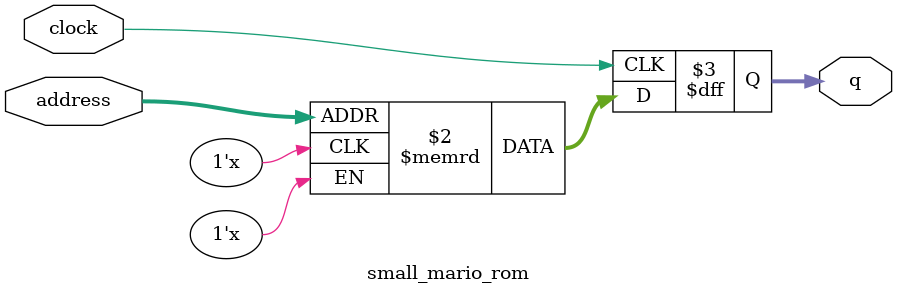
<source format=sv>
module small_mario_rom (
	input logic clock,
	input logic [7:0] address,
	output logic [3:0] q
);

logic [3:0] memory [0:255] /* synthesis ram_init_file = "./small_mario/small_mario.mif" */;

always_ff @ (posedge clock) begin
	q <= memory[address];
end

endmodule

</source>
